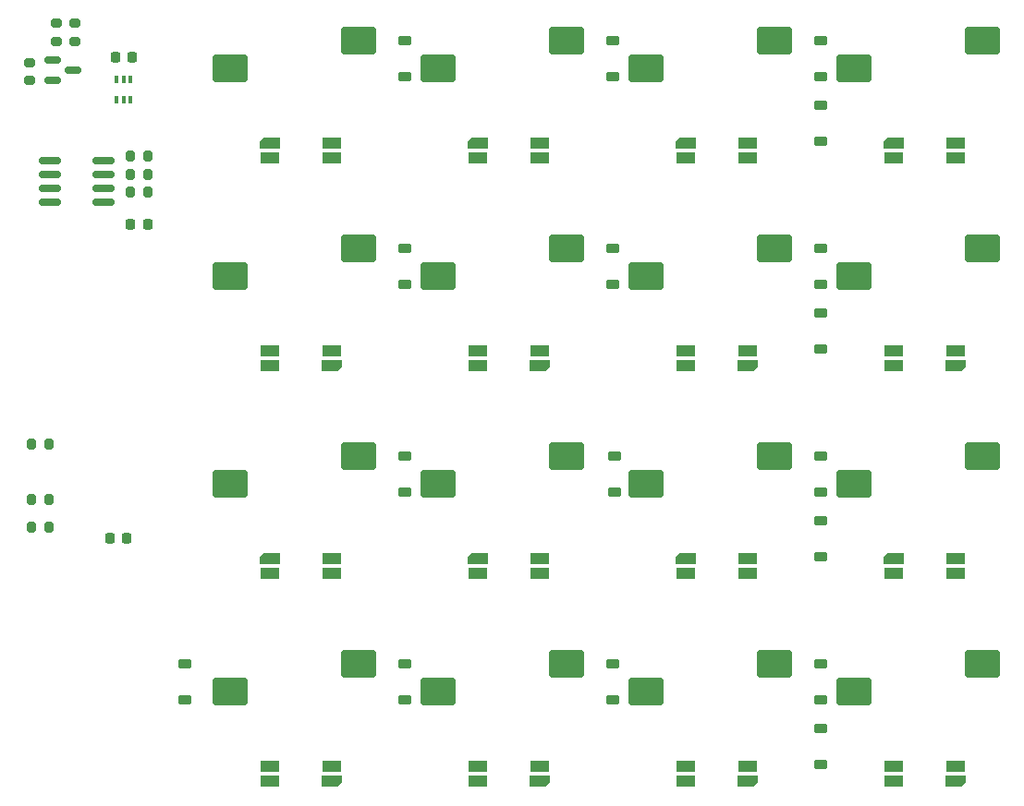
<source format=gbp>
%TF.GenerationSoftware,KiCad,Pcbnew,8.0.0*%
%TF.CreationDate,2024-03-13T16:12:56+07:00*%
%TF.ProjectId,dumbpad,64756d62-7061-4642-9e6b-696361645f70,rev?*%
%TF.SameCoordinates,Original*%
%TF.FileFunction,Paste,Bot*%
%TF.FilePolarity,Positive*%
%FSLAX46Y46*%
G04 Gerber Fmt 4.6, Leading zero omitted, Abs format (unit mm)*
G04 Created by KiCad (PCBNEW 8.0.0) date 2024-03-13 16:12:56*
%MOMM*%
%LPD*%
G01*
G04 APERTURE LIST*
G04 Aperture macros list*
%AMRoundRect*
0 Rectangle with rounded corners*
0 $1 Rounding radius*
0 $2 $3 $4 $5 $6 $7 $8 $9 X,Y pos of 4 corners*
0 Add a 4 corners polygon primitive as box body*
4,1,4,$2,$3,$4,$5,$6,$7,$8,$9,$2,$3,0*
0 Add four circle primitives for the rounded corners*
1,1,$1+$1,$2,$3*
1,1,$1+$1,$4,$5*
1,1,$1+$1,$6,$7*
1,1,$1+$1,$8,$9*
0 Add four rect primitives between the rounded corners*
20,1,$1+$1,$2,$3,$4,$5,0*
20,1,$1+$1,$4,$5,$6,$7,0*
20,1,$1+$1,$6,$7,$8,$9,0*
20,1,$1+$1,$8,$9,$2,$3,0*%
%AMOutline5P*
0 Free polygon, 5 corners , with rotation*
0 The origin of the aperture is its center*
0 number of corners: always 5*
0 $1 to $10 corner X, Y*
0 $11 Rotation angle, in degrees counterclockwise*
0 create outline with 5 corners*
4,1,5,$1,$2,$3,$4,$5,$6,$7,$8,$9,$10,$1,$2,$11*%
%AMOutline6P*
0 Free polygon, 6 corners , with rotation*
0 The origin of the aperture is its center*
0 number of corners: always 6*
0 $1 to $12 corner X, Y*
0 $13 Rotation angle, in degrees counterclockwise*
0 create outline with 6 corners*
4,1,6,$1,$2,$3,$4,$5,$6,$7,$8,$9,$10,$11,$12,$1,$2,$13*%
%AMOutline7P*
0 Free polygon, 7 corners , with rotation*
0 The origin of the aperture is its center*
0 number of corners: always 7*
0 $1 to $14 corner X, Y*
0 $15 Rotation angle, in degrees counterclockwise*
0 create outline with 7 corners*
4,1,7,$1,$2,$3,$4,$5,$6,$7,$8,$9,$10,$11,$12,$13,$14,$1,$2,$15*%
%AMOutline8P*
0 Free polygon, 8 corners , with rotation*
0 The origin of the aperture is its center*
0 number of corners: always 8*
0 $1 to $16 corner X, Y*
0 $17 Rotation angle, in degrees counterclockwise*
0 create outline with 8 corners*
4,1,8,$1,$2,$3,$4,$5,$6,$7,$8,$9,$10,$11,$12,$13,$14,$15,$16,$1,$2,$17*%
G04 Aperture macros list end*
%ADD10R,1.800000X1.000000*%
%ADD11Outline5P,-0.900000X0.500000X0.900000X0.500000X0.900000X-0.200000X0.600000X-0.500000X-0.900000X-0.500000X0.000000*%
%ADD12Outline5P,-0.900000X0.500000X0.900000X0.500000X0.900000X-0.200000X0.600000X-0.500000X-0.900000X-0.500000X180.000000*%
%ADD13RoundRect,0.250000X1.350000X1.000000X-1.350000X1.000000X-1.350000X-1.000000X1.350000X-1.000000X0*%
%ADD14RoundRect,0.225000X-0.375000X0.225000X-0.375000X-0.225000X0.375000X-0.225000X0.375000X0.225000X0*%
%ADD15RoundRect,0.225000X-0.225000X-0.250000X0.225000X-0.250000X0.225000X0.250000X-0.225000X0.250000X0*%
%ADD16RoundRect,0.200000X-0.200000X-0.275000X0.200000X-0.275000X0.200000X0.275000X-0.200000X0.275000X0*%
%ADD17RoundRect,0.200000X0.275000X-0.200000X0.275000X0.200000X-0.275000X0.200000X-0.275000X-0.200000X0*%
%ADD18RoundRect,0.100000X0.100000X-0.225000X0.100000X0.225000X-0.100000X0.225000X-0.100000X-0.225000X0*%
%ADD19RoundRect,0.150000X-0.587500X-0.150000X0.587500X-0.150000X0.587500X0.150000X-0.587500X0.150000X0*%
%ADD20RoundRect,0.150000X-0.825000X-0.150000X0.825000X-0.150000X0.825000X0.150000X-0.825000X0.150000X0*%
%ADD21RoundRect,0.200000X-0.275000X0.200000X-0.275000X-0.200000X0.275000X-0.200000X0.275000X0.200000X0*%
%ADD22RoundRect,0.225000X0.225000X0.250000X-0.225000X0.250000X-0.225000X-0.250000X0.225000X-0.250000X0*%
G04 APERTURE END LIST*
D10*
%TO.C,LED7*%
X146251100Y-99630000D03*
X146251100Y-101030000D03*
D11*
X151851100Y-101030000D03*
D10*
X151851100Y-99630000D03*
%TD*%
%TO.C,LED4*%
X189951100Y-81980000D03*
X189951100Y-80580000D03*
D12*
X184351100Y-80580000D03*
D10*
X184351100Y-81980000D03*
%TD*%
%TO.C,LED12*%
X189951100Y-120080000D03*
X189951100Y-118680000D03*
D12*
X184351100Y-118680000D03*
D10*
X184351100Y-120080000D03*
%TD*%
%TO.C,LED3*%
X170901100Y-81980000D03*
X170901100Y-80580000D03*
D12*
X165301100Y-80580000D03*
D10*
X165301100Y-81980000D03*
%TD*%
%TO.C,LED16*%
X127201100Y-137730000D03*
X127201100Y-139130000D03*
D11*
X132801100Y-139130000D03*
D10*
X132801100Y-137730000D03*
%TD*%
%TO.C,LED10*%
X151851100Y-120080000D03*
X151851100Y-118680000D03*
D12*
X146251100Y-118680000D03*
D10*
X146251100Y-120080000D03*
%TD*%
%TO.C,LED2*%
X151851100Y-81980000D03*
X151851100Y-80580000D03*
D12*
X146251100Y-80580000D03*
D10*
X146251100Y-81980000D03*
%TD*%
%TO.C,LED13*%
X184351100Y-137730000D03*
X184351100Y-139130000D03*
D11*
X189951100Y-139130000D03*
D10*
X189951100Y-137730000D03*
%TD*%
%TO.C,LED5*%
X184351100Y-99630000D03*
X184351100Y-101030000D03*
D11*
X189951100Y-101030000D03*
D10*
X189951100Y-99630000D03*
%TD*%
%TO.C,LED6*%
X165301100Y-99630000D03*
X165301100Y-101030000D03*
D11*
X170901100Y-101030000D03*
D10*
X170901100Y-99630000D03*
%TD*%
%TO.C,LED1*%
X132801100Y-81980000D03*
X132801100Y-80580000D03*
D12*
X127201100Y-80580000D03*
D10*
X127201100Y-81980000D03*
%TD*%
%TO.C,LED9*%
X132801100Y-120080000D03*
X132801100Y-118680000D03*
D12*
X127201100Y-118680000D03*
D10*
X127201100Y-120080000D03*
%TD*%
%TO.C,LED11*%
X170901100Y-120080000D03*
X170901100Y-118680000D03*
D12*
X165301100Y-118680000D03*
D10*
X165301100Y-120080000D03*
%TD*%
%TO.C,LED15*%
X146251100Y-137730000D03*
X146251100Y-139130000D03*
D11*
X151851100Y-139130000D03*
D10*
X151851100Y-137730000D03*
%TD*%
%TO.C,LED8*%
X127201100Y-99630000D03*
X127201100Y-101030000D03*
D11*
X132801100Y-101030000D03*
D10*
X132801100Y-99630000D03*
%TD*%
%TO.C,LED14*%
X165301100Y-137730000D03*
X165301100Y-139130000D03*
D11*
X170901100Y-139130000D03*
D10*
X170901100Y-137730000D03*
%TD*%
D13*
%TO.C,S1*%
X135301100Y-71173600D03*
X123501100Y-73713600D03*
%TD*%
D14*
%TO.C,D10*%
X158750000Y-109273600D03*
X158750000Y-112573600D03*
%TD*%
D15*
%TO.C,C1*%
X114414000Y-88011000D03*
X115964000Y-88011000D03*
%TD*%
D13*
%TO.C,S15*%
X173401100Y-128323600D03*
X161601100Y-130863600D03*
%TD*%
%TO.C,S8*%
X192451100Y-90223600D03*
X180651100Y-92763600D03*
%TD*%
%TO.C,S2*%
X154351100Y-71173600D03*
X142551100Y-73713600D03*
%TD*%
D14*
%TO.C,D8*%
X177626100Y-90223600D03*
X177626100Y-93523600D03*
%TD*%
%TO.C,D6*%
X158576100Y-90223600D03*
X158576100Y-93523600D03*
%TD*%
D13*
%TO.C,S4*%
X192451100Y-71173600D03*
X180651100Y-73713600D03*
%TD*%
%TO.C,S5*%
X135301100Y-90223600D03*
X123501100Y-92763600D03*
%TD*%
D14*
%TO.C,D4*%
X177626100Y-71173600D03*
X177626100Y-74473600D03*
%TD*%
D13*
%TO.C,S14*%
X154351100Y-128323600D03*
X142551100Y-130863600D03*
%TD*%
%TO.C,S11*%
X173401100Y-109273600D03*
X161601100Y-111813600D03*
%TD*%
%TO.C,S7*%
X173401100Y-90223600D03*
X161601100Y-92763600D03*
%TD*%
%TO.C,S6*%
X154351100Y-90223600D03*
X142551100Y-92763600D03*
%TD*%
D14*
%TO.C,D9*%
X139526100Y-109273600D03*
X139526100Y-112573600D03*
%TD*%
D16*
%TO.C,R7*%
X114364000Y-81788000D03*
X116014000Y-81788000D03*
%TD*%
D17*
%TO.C,R5*%
X109267000Y-71251000D03*
X109267000Y-69601000D03*
%TD*%
D18*
%TO.C,U2*%
X114417500Y-76642000D03*
X113767500Y-76642000D03*
X113117500Y-76642000D03*
X113117500Y-74742000D03*
X113767500Y-74742000D03*
X114417500Y-74742000D03*
%TD*%
D19*
%TO.C,Q1*%
X107266500Y-74864000D03*
X107266500Y-72964000D03*
X109141500Y-73914000D03*
%TD*%
D20*
%TO.C,U1*%
X106999000Y-85979000D03*
X106999000Y-84709000D03*
X106999000Y-83439000D03*
X106999000Y-82169000D03*
X111949000Y-82169000D03*
X111949000Y-83439000D03*
X111949000Y-84709000D03*
X111949000Y-85979000D03*
%TD*%
D14*
%TO.C,D11*%
X177626100Y-115205000D03*
X177626100Y-118505000D03*
%TD*%
D16*
%TO.C,R8*%
X114364000Y-83439000D03*
X116014000Y-83439000D03*
%TD*%
D14*
%TO.C,D14*%
X139526100Y-128323600D03*
X139526100Y-131623600D03*
%TD*%
D13*
%TO.C,S12*%
X192451100Y-109273600D03*
X180651100Y-111813600D03*
%TD*%
D21*
%TO.C,R6*%
X105156000Y-73214000D03*
X105156000Y-74864000D03*
%TD*%
D16*
%TO.C,R3*%
X105283000Y-115798500D03*
X106933000Y-115798500D03*
%TD*%
D14*
%TO.C,D13*%
X119380000Y-128323600D03*
X119380000Y-131623600D03*
%TD*%
D16*
%TO.C,R9*%
X114364000Y-85090000D03*
X116014000Y-85090000D03*
%TD*%
D15*
%TO.C,C2*%
X112512000Y-116840000D03*
X114062000Y-116840000D03*
%TD*%
D14*
%TO.C,D7*%
X177626100Y-96155000D03*
X177626100Y-99455000D03*
%TD*%
D16*
%TO.C,R1*%
X105283000Y-108178500D03*
X106933000Y-108178500D03*
%TD*%
D13*
%TO.C,S3*%
X173401100Y-71173600D03*
X161601100Y-73713600D03*
%TD*%
D14*
%TO.C,D5*%
X139526100Y-90223600D03*
X139526100Y-93523600D03*
%TD*%
%TO.C,D17*%
X177626100Y-128327200D03*
X177626100Y-131627200D03*
%TD*%
%TO.C,D15*%
X158576100Y-128323600D03*
X158576100Y-131623600D03*
%TD*%
%TO.C,D3*%
X177626100Y-77105000D03*
X177626100Y-80405000D03*
%TD*%
D22*
%TO.C,C3*%
X114580000Y-72710000D03*
X113030000Y-72710000D03*
%TD*%
D14*
%TO.C,D16*%
X177626100Y-134255000D03*
X177626100Y-137555000D03*
%TD*%
D13*
%TO.C,S13*%
X135301100Y-128327200D03*
X123501100Y-130867200D03*
%TD*%
%TO.C,S9*%
X135301100Y-109273600D03*
X123501100Y-111813600D03*
%TD*%
D17*
%TO.C,R4*%
X107569000Y-71251000D03*
X107569000Y-69601000D03*
%TD*%
D14*
%TO.C,D1*%
X139526100Y-71173600D03*
X139526100Y-74473600D03*
%TD*%
D16*
%TO.C,R2*%
X105283000Y-113258500D03*
X106933000Y-113258500D03*
%TD*%
D13*
%TO.C,S16*%
X192451100Y-128327200D03*
X180651100Y-130867200D03*
%TD*%
D14*
%TO.C,D12*%
X177626100Y-109273600D03*
X177626100Y-112573600D03*
%TD*%
%TO.C,D2*%
X158576100Y-71173600D03*
X158576100Y-74473600D03*
%TD*%
D13*
%TO.C,S10*%
X154351100Y-109273600D03*
X142551100Y-111813600D03*
%TD*%
M02*

</source>
